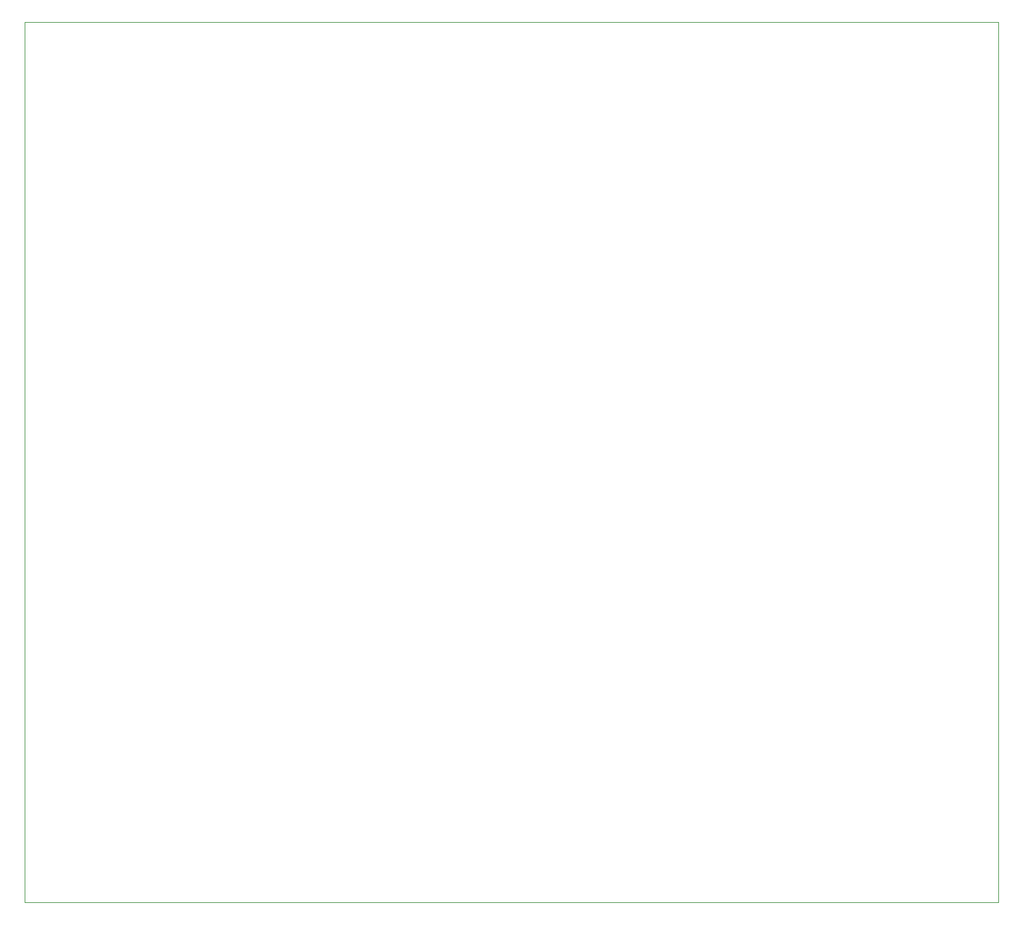
<source format=gbr>
G04 #@! TF.GenerationSoftware,KiCad,Pcbnew,(5.1.4)-1*
G04 #@! TF.CreationDate,2021-10-19T21:09:16-04:00*
G04 #@! TF.ProjectId,RB_switch_pcb_REV2,52425f73-7769-4746-9368-5f7063625f52,rev?*
G04 #@! TF.SameCoordinates,Original*
G04 #@! TF.FileFunction,Profile,NP*
%FSLAX46Y46*%
G04 Gerber Fmt 4.6, Leading zero omitted, Abs format (unit mm)*
G04 Created by KiCad (PCBNEW (5.1.4)-1) date 2021-10-19 21:09:16*
%MOMM*%
%LPD*%
G04 APERTURE LIST*
%ADD10C,0.100000*%
G04 APERTURE END LIST*
D10*
X72136000Y-151892000D02*
X72136000Y-37084000D01*
X199136000Y-151892000D02*
X72136000Y-151892000D01*
X72136000Y-37084000D02*
X199136000Y-37084000D01*
X199136000Y-37084000D02*
X199136000Y-151892000D01*
M02*

</source>
